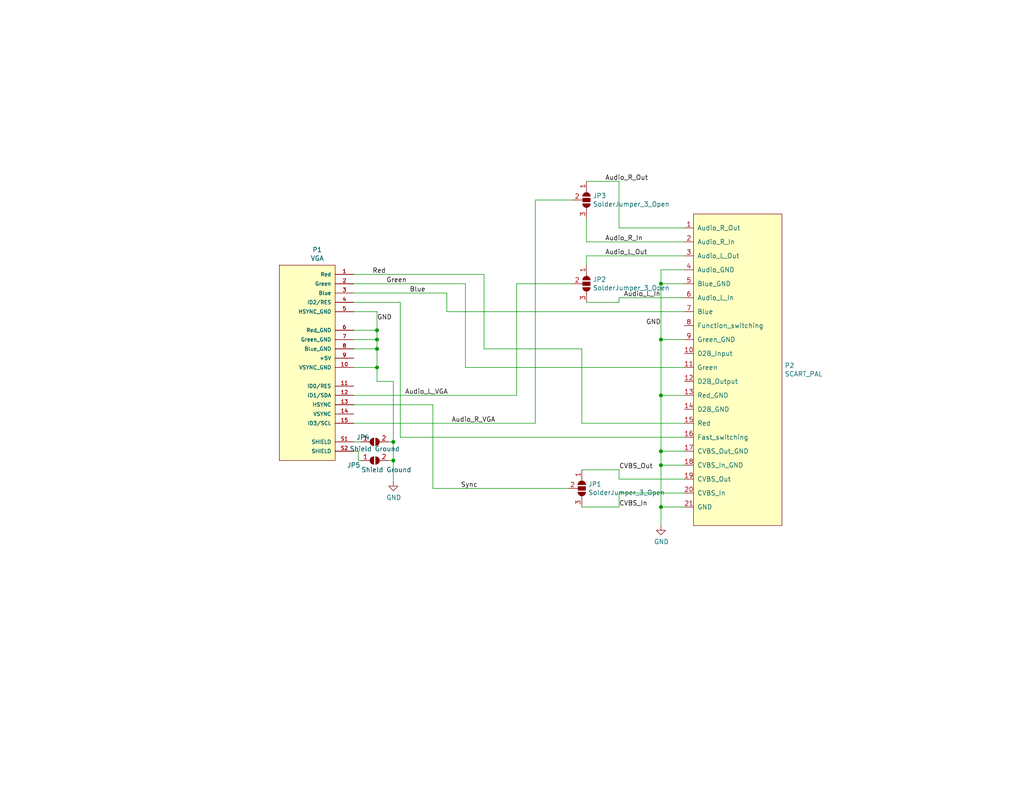
<source format=kicad_sch>
(kicad_sch (version 20211123) (generator eeschema)
  (paper "USLetter")
  (title_block (rev "1") (comment 1 "Designed for OSH Park 2 Layer Prototype"))
  (lib_symbols
    (symbol "Jumper:SolderJumper_2_Open" (pin_names (offset 0) hide)
      (property "Reference" "JP" (at 0 2.032 0))
      (property "Value" "SolderJumper_2_Open" (at 0 -2.54 0))
      (symbol "SolderJumper_2_Open_0_1"
        (arc (start -0.254 1.016) (mid -1.27 0) (end -0.254 -1.016))
        (arc (start -0.254 1.016) (mid -1.27 0) (end -0.254 -1.016) (fill (type outline)))
        (polyline (pts (xy -0.254 1.016) (xy -0.254 -1.016)))
        (polyline (pts (xy 0.254 1.016) (xy 0.254 -1.016)))
        (arc (start 0.254 -1.016) (mid 1.27 0) (end 0.254 1.016))
        (arc (start 0.254 -1.016) (mid 1.27 0) (end 0.254 1.016) (fill (type outline)))
      )
      (symbol "SolderJumper_2_Open_1_1"
        (pin passive line (at -3.81 0 0) (length 2.54) (name "A") (number "1"))
        (pin passive line (at 3.81 0 180) (length 2.54) (name "B") (number "2"))
      )
    )
    (symbol "gscartsw2VGA-rescue:GND-power" (power) (pin_names (offset 0))
      (property "Value" "GND-power" (at 0 -3.81 0))
      (symbol "GND-power_0_1"
        (polyline (pts (xy 0 0) (xy 0 -1.27) (xy 1.27 -1.27) (xy 0 -2.54) (xy -1.27 -1.27) (xy 0 -1.27)))
      )
      (symbol "GND-power_1_1"
        (pin power_in line (at 0 0 270) (length 0) hide (name "GND") (number "1"))
      )
    )
    (symbol "gscartsw2VGA-rescue:SolderJumper_3_Open-Jumper" (pin_names (offset 0) hide)
      (property "Reference" "JP" (at -2.54 -2.54 0))
      (property "Value" "SolderJumper_3_Open-Jumper" (at 0 2.794 0))
      (symbol "SolderJumper_3_Open-Jumper_0_1"
        (arc (start -1.016 1.016) (mid -2.032 0) (end -1.016 -1.016))
        (arc (start -1.016 1.016) (mid -2.032 0) (end -1.016 -1.016) (fill (type outline)))
        (rectangle (start -0.508 1.016) (end 0.508 -1.016) (fill (type outline)))
        (polyline (pts (xy -2.54 0) (xy -2.032 0)))
        (polyline (pts (xy -1.016 1.016) (xy -1.016 -1.016)))
        (polyline (pts (xy 0 -1.27) (xy 0 -1.016)))
        (polyline (pts (xy 1.016 1.016) (xy 1.016 -1.016)))
        (polyline (pts (xy 2.54 0) (xy 2.032 0)))
        (arc (start 1.016 -1.016) (mid 2.032 0) (end 1.016 1.016))
        (arc (start 1.016 -1.016) (mid 2.032 0) (end 1.016 1.016) (fill (type outline)))
      )
      (symbol "SolderJumper_3_Open-Jumper_1_1"
        (pin passive line (at -5.08 0 0) (length 2.54) (name "A") (number "1"))
        (pin input line (at 0 -3.81 90) (length 2.54) (name "C") (number "2"))
        (pin passive line (at 5.08 0 180) (length 2.54) (name "B") (number "3"))
      )
    )
    (symbol "gscartsw2VGA:SCART_PAL" (pin_names (offset 1.016))
      (property "Reference" "P" (at 3.81 2.54 0))
      (property "Value" "SCART_PAL" (at -1.27 13.97 0))
      (symbol "SCART_PAL_0_0"
        (pin passive line (at -2.54 -3.81 0) (length 2.54) (name "Audio_R_Out") (number "1"))
        (pin passive line (at -2.54 -38.1 0) (length 2.54) (name "D2B_Input") (number "10"))
        (pin passive line (at -2.54 -41.91 0) (length 2.54) (name "Green") (number "11"))
        (pin passive line (at -2.54 -45.72 0) (length 2.54) (name "D2B_Output") (number "12"))
        (pin passive line (at -2.54 -49.53 0) (length 2.54) (name "Red_GND") (number "13"))
        (pin passive line (at -2.54 -53.34 0) (length 2.54) (name "D2B_GND") (number "14"))
        (pin passive line (at -2.54 -57.15 0) (length 2.54) (name "Red") (number "15"))
        (pin passive line (at -2.54 -60.96 0) (length 2.54) (name "Fast_switching") (number "16"))
        (pin passive line (at -2.54 -64.77 0) (length 2.54) (name "CVBS_Out_GND") (number "17"))
        (pin passive line (at -2.54 -68.58 0) (length 2.54) (name "CVBS_In_GND") (number "18"))
        (pin passive line (at -2.54 -72.39 0) (length 2.54) (name "CVBS_Out") (number "19"))
        (pin passive line (at -2.54 -7.62 0) (length 2.54) (name "Audio_R_In") (number "2"))
        (pin passive line (at -2.54 -76.2 0) (length 2.54) (name "CVBS_In") (number "20"))
        (pin passive line (at -2.54 -80.01 0) (length 2.54) (name "GND") (number "21"))
        (pin passive line (at -2.54 -11.43 0) (length 2.54) (name "Audio_L_Out") (number "3"))
        (pin passive line (at -2.54 -15.24 0) (length 2.54) (name "Audio_GND") (number "4"))
        (pin passive line (at -2.54 -19.05 0) (length 2.54) (name "Blue_GND") (number "5"))
        (pin passive line (at -2.54 -22.86 0) (length 2.54) (name "Audio_L_In") (number "6"))
        (pin passive line (at -2.54 -26.67 0) (length 2.54) (name "Blue") (number "7"))
        (pin passive line (at -2.54 -30.48 0) (length 2.54) (name "Function_switching") (number "8"))
        (pin passive line (at -2.54 -34.29 0) (length 2.54) (name "Green_GND") (number "9"))
      )
      (symbol "SCART_PAL_0_1"
        (rectangle (start 0 0) (end 24.13 -85.09) (fill (type background)))
      )
    )
    (symbol "gscartsw2VGA:VGA" (pin_names (offset 1.016))
      (property "Reference" "P" (at -7.62 26.67 0))
      (property "Value" "VGA" (at -8.89 -31.75 0))
      (symbol "VGA_0_0"
        (rectangle (start -7.62 -27.94) (end 7.62 25.4) (stroke (width 0.1524)) (fill (type background)))
        (pin passive line (at -12.7 22.86 0) (length 5.08) (name "Red") (number "1"))
        (pin passive line (at -12.7 -2.54 0) (length 5.08) (name "VSYNC_GND") (number "10"))
        (pin passive line (at -12.7 -7.62 0) (length 5.08) (name "ID0/RES") (number "11"))
        (pin passive line (at -12.7 -10.16 0) (length 5.08) (name "ID1/SDA") (number "12"))
        (pin passive line (at -12.7 -12.7 0) (length 5.08) (name "HSYNC") (number "13"))
        (pin passive line (at -12.7 -15.24 0) (length 5.08) (name "VSYNC") (number "14"))
        (pin passive line (at -12.7 -17.78 0) (length 5.08) (name "ID3/SCL") (number "15"))
        (pin passive line (at -12.7 20.32 0) (length 5.08) (name "Green") (number "2"))
        (pin passive line (at -12.7 17.78 0) (length 5.08) (name "Blue") (number "3"))
        (pin passive line (at -12.7 15.24 0) (length 5.08) (name "ID2/RES") (number "4"))
        (pin passive line (at -12.7 12.7 0) (length 5.08) (name "HSYNC_GND") (number "5"))
        (pin passive line (at -12.7 7.62 0) (length 5.08) (name "Red_GND") (number "6"))
        (pin passive line (at -12.7 5.08 0) (length 5.08) (name "Green_GND") (number "7"))
        (pin passive line (at -12.7 2.54 0) (length 5.08) (name "Blue_GND") (number "8"))
        (pin passive line (at -12.7 0 0) (length 5.08) (name "+5V") (number "9"))
        (pin passive line (at -12.7 -22.86 0) (length 5.08) (name "SHIELD") (number "S1"))
        (pin passive line (at -12.7 -25.4 0) (length 5.08) (name "SHIELD") (number "S2"))
      )
    )
  )
  (junction (at 180.34 107.95))
  (junction (at 107.315 120.65))
  (junction (at 180.34 138.43))
  (junction (at 102.87 90.17))
  (junction (at 102.87 95.25))
  (junction (at 180.34 92.71))
  (junction (at 102.87 100.33))
  (junction (at 107.315 125.73))
  (junction (at 180.34 123.19))
  (junction (at 180.34 127))
  (junction (at 180.34 77.47))
  (junction (at 102.87 92.71))
  (wire (pts (xy 168.91 138.43) (xy 158.75 138.43)))
  (wire (pts (xy 102.87 85.09) (xy 102.87 90.17)))
  (wire (pts (xy 146.05 54.61) (xy 146.05 115.57)))
  (wire (pts (xy 180.34 92.71) (xy 180.34 107.95)))
  (wire (pts (xy 186.69 138.43) (xy 180.34 138.43)))
  (wire (pts (xy 186.69 85.09) (xy 121.92 85.09)))
  (wire (pts (xy 180.34 127) (xy 180.34 138.43)))
  (wire (pts (xy 186.69 92.71) (xy 180.34 92.71)))
  (wire (pts (xy 180.34 138.43) (xy 180.34 143.51)))
  (wire (pts (xy 168.91 81.28) (xy 168.91 82.55)))
  (wire (pts (xy 96.52 90.17) (xy 102.87 90.17)))
  (wire (pts (xy 186.69 107.95) (xy 180.34 107.95)))
  (wire (pts (xy 97.79 123.19) (xy 97.79 125.73)))
  (wire (pts (xy 186.69 73.66) (xy 180.34 73.66)))
  (wire (pts (xy 140.97 77.47) (xy 140.97 107.95)))
  (wire (pts (xy 180.34 77.47) (xy 180.34 92.71)))
  (wire (pts (xy 160.02 59.69) (xy 160.02 66.04)))
  (wire (pts (xy 96.52 100.33) (xy 102.87 100.33)))
  (wire (pts (xy 121.92 80.01) (xy 96.52 80.01)))
  (wire (pts (xy 107.315 104.14) (xy 107.315 120.65)))
  (wire (pts (xy 186.69 69.85) (xy 160.02 69.85)))
  (wire (pts (xy 186.69 127) (xy 180.34 127)))
  (wire (pts (xy 96.52 123.19) (xy 97.79 123.19)))
  (wire (pts (xy 118.11 110.49) (xy 96.52 110.49)))
  (wire (pts (xy 168.91 130.81) (xy 168.91 128.27)))
  (wire (pts (xy 132.08 95.25) (xy 132.08 74.93)))
  (wire (pts (xy 186.69 77.47) (xy 180.34 77.47)))
  (wire (pts (xy 127 77.47) (xy 96.52 77.47)))
  (wire (pts (xy 96.52 95.25) (xy 102.87 95.25)))
  (wire (pts (xy 186.69 119.38) (xy 109.22 119.38)))
  (wire (pts (xy 168.91 82.55) (xy 160.02 82.55)))
  (wire (pts (xy 96.52 85.09) (xy 102.87 85.09)))
  (wire (pts (xy 180.34 73.66) (xy 180.34 77.47)))
  (wire (pts (xy 121.92 85.09) (xy 121.92 80.01)))
  (wire (pts (xy 158.75 95.25) (xy 132.08 95.25)))
  (wire (pts (xy 186.69 100.33) (xy 127 100.33)))
  (wire (pts (xy 156.21 77.47) (xy 140.97 77.47)))
  (wire (pts (xy 146.05 115.57) (xy 96.52 115.57)))
  (wire (pts (xy 102.87 92.71) (xy 102.87 95.25)))
  (wire (pts (xy 107.315 120.65) (xy 107.315 125.73)))
  (wire (pts (xy 96.52 92.71) (xy 102.87 92.71)))
  (wire (pts (xy 109.22 119.38) (xy 109.22 82.55)))
  (wire (pts (xy 160.02 69.85) (xy 160.02 72.39)))
  (wire (pts (xy 102.87 90.17) (xy 102.87 92.71)))
  (wire (pts (xy 186.69 81.28) (xy 168.91 81.28)))
  (wire (pts (xy 132.08 74.93) (xy 96.52 74.93)))
  (wire (pts (xy 168.91 62.23) (xy 186.69 62.23)))
  (wire (pts (xy 168.91 49.53) (xy 160.02 49.53)))
  (wire (pts (xy 127 100.33) (xy 127 77.47)))
  (wire (pts (xy 118.11 133.35) (xy 118.11 110.49)))
  (wire (pts (xy 186.69 123.19) (xy 180.34 123.19)))
  (wire (pts (xy 158.75 115.57) (xy 158.75 95.25)))
  (wire (pts (xy 180.34 123.19) (xy 180.34 127)))
  (wire (pts (xy 180.34 107.95) (xy 180.34 123.19)))
  (wire (pts (xy 107.315 125.73) (xy 106.045 125.73)))
  (wire (pts (xy 154.94 133.35) (xy 118.11 133.35)))
  (wire (pts (xy 186.69 134.62) (xy 168.91 134.62)))
  (wire (pts (xy 97.79 125.73) (xy 98.425 125.73)))
  (wire (pts (xy 96.52 120.65) (xy 98.425 120.65)))
  (wire (pts (xy 102.87 100.33) (xy 102.87 104.14)))
  (wire (pts (xy 107.315 125.73) (xy 107.315 131.445)))
  (wire (pts (xy 168.91 49.53) (xy 168.91 62.23)))
  (wire (pts (xy 156.21 54.61) (xy 146.05 54.61)))
  (wire (pts (xy 109.22 82.55) (xy 96.52 82.55)))
  (wire (pts (xy 102.87 104.14) (xy 107.315 104.14)))
  (wire (pts (xy 102.87 95.25) (xy 102.87 100.33)))
  (wire (pts (xy 168.91 128.27) (xy 158.75 128.27)))
  (wire (pts (xy 107.315 120.65) (xy 106.045 120.65)))
  (wire (pts (xy 140.97 107.95) (xy 96.52 107.95)))
  (wire (pts (xy 186.69 130.81) (xy 168.91 130.81)))
  (wire (pts (xy 168.91 134.62) (xy 168.91 138.43)))
  (wire (pts (xy 186.69 115.57) (xy 158.75 115.57)))
  (wire (pts (xy 160.02 66.04) (xy 186.69 66.04)))
  (label "Audio_R_VGA" (at 123.19 115.57 0))
  (label "Blue" (at 111.76 80.01 0))
  (label "Audio_R_Out" (at 165.1 49.53 0))
  (label "Audio_R_In" (at 165.1 66.04 0))
  (label "Audio_L_Out" (at 165.1 69.85 0))
  (label "Green" (at 105.41 77.47 0))
  (label "Audio_L_In" (at 170.18 81.28 0))
  (label "Red" (at 101.6 74.93 0))
  (label "Audio_L_VGA" (at 110.49 107.95 0))
  (label "GND" (at 102.87 87.63 0))
  (label "CVBS_Out" (at 168.91 128.27 0))
  (label "GND" (at 180.34 88.9 180))
  (label "Sync" (at 125.73 133.35 0))
  (label "CVBS_In" (at 168.91 138.43 0))
  (symbol (lib_id "gscartsw2VGA:VGA") (at 83.82 97.79 0) (mirror y) (unit 1)
    (property "Reference" "P1" (at 86.5632 68.199 0))
    (property "Value" "VGA" (at 86.5632 70.5104 0))
    (property "Footprint" "gscartsw2VGA:VGA_female_rightangle_slim" (effects hide))
    (property "MANUFACTURER" "Amphenol" (effects hide))
    (property "MAXIMUM_PACKAGE_HEIGHT" "12.55mm" (effects hide))
    (property "STANDARD" "Manufacturer Recommendations" (effects hide))
    (property "PARTREV" "N/A" (effects hide))
  )
  (symbol (lib_id "gscartsw2VGA:SCART_PAL") (at 189.23 58.42 0) (unit 1)
    (property "Reference" "P2" (at 214.0712 99.7966 0) (effects (justify left)))
    (property "Value" "SCART_PAL" (at 214.0712 102.108 0) (effects (justify left)))
    (property "Footprint" "gscartsw2VGA:SCART_Cutdown" (effects hide))
  )
  (symbol (lib_id "gscartsw2VGA-rescue:SolderJumper_3_Open-Jumper") (at 160.02 54.61 270) (unit 1)
    (property "Reference" "JP3" (at 161.7472 53.4416 90) (effects (justify left)))
    (property "Value" "SolderJumper_3_Open" (at 161.7472 55.753 90) (effects (justify left)))
    (property "Footprint" "Jumper:SolderJumper-3_P1.3mm_Open_RoundedPad1.0x1.5mm" (effects hide))
  )
  (symbol (lib_id "gscartsw2VGA-rescue:SolderJumper_3_Open-Jumper") (at 160.02 77.47 270) (unit 1)
    (property "Reference" "JP2" (at 161.7472 76.3016 90) (effects (justify left)))
    (property "Value" "SolderJumper_3_Open" (at 161.7472 78.613 90) (effects (justify left)))
    (property "Footprint" "Jumper:SolderJumper-3_P1.3mm_Open_RoundedPad1.0x1.5mm" (effects hide))
  )
  (symbol (lib_id "gscartsw2VGA-rescue:SolderJumper_3_Open-Jumper") (at 158.75 133.35 270) (unit 1)
    (property "Reference" "JP1" (at 160.4772 132.1816 90) (effects (justify left)))
    (property "Value" "SolderJumper_3_Open" (at 160.4772 134.493 90) (effects (justify left)))
    (property "Footprint" "Jumper:SolderJumper-3_P1.3mm_Open_RoundedPad1.0x1.5mm" (effects hide))
  )
  (symbol (lib_id "gscartsw2VGA-rescue:GND-power") (at 107.315 131.445 0) (unit 1)
    (property "Reference" "#PWR0101" (effects hide))
    (property "Value" "GND" (at 107.442 135.8392 0))
  )
  (symbol (lib_id "gscartsw2VGA-rescue:GND-power") (at 180.34 143.51 0) (unit 1)
    (property "Reference" "#PWR0102" (effects hide))
    (property "Value" "GND" (at 180.467 147.9042 0))
  )
  (symbol (lib_id "Jumper:SolderJumper_2_Open") (at 102.235 120.65 0) (unit 1)
    (property "Reference" "JP4" (at 99.06 119.38 0))
    (property "Value" "Shield Ground" (at 102.235 122.555 0))
    (property "Footprint" "Jumper:SolderJumper-2_P1.3mm_Open_RoundedPad1.0x1.5mm" (effects hide))
  )
  (symbol (lib_id "Jumper:SolderJumper_2_Open") (at 102.235 125.73 0) (unit 1)
    (property "Reference" "JP5" (at 96.52 127 0))
    (property "Value" "Shield Ground" (at 105.41 128.27 0))
    (property "Footprint" "Jumper:SolderJumper-2_P1.3mm_Open_RoundedPad1.0x1.5mm" (effects hide))
  )
)
</source>
